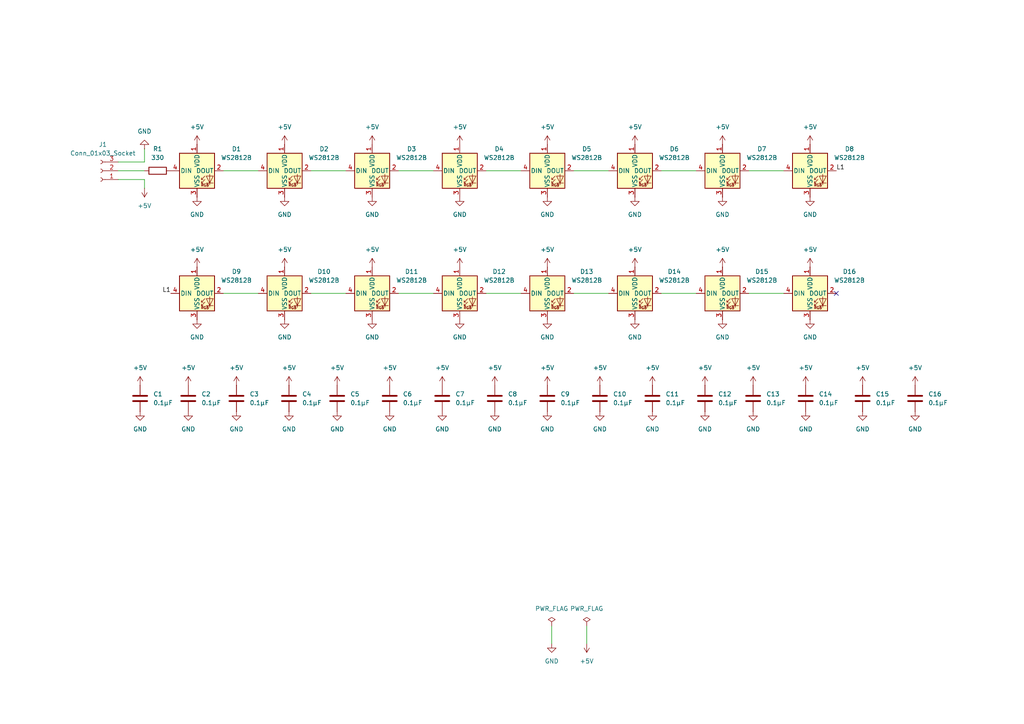
<source format=kicad_sch>
(kicad_sch (version 20231120) (generator "eeschema") (generator_version "8.0")
  (paper "A4")
  (lib_symbols
    (symbol "Connector:Conn_01x03_Socket" (pin_names (offset 1.016) hide)
      (property "Reference" "J" (at 0 5.08 0))
      (property "Value" "Conn_01x03_Socket" (at 0 -5.08 0))
      (symbol "Conn_01x03_Socket_1_1"
        (arc (start 0 -2.032) (mid -0.5058 -2.54) (end 0 -3.048) (stroke (width 0.1524)))
        (polyline (pts (xy -1.27 -2.54) (xy -0.508 -2.54)) (stroke (width 0.1524)))
        (polyline (pts (xy -1.27 0) (xy -0.508 0)) (stroke (width 0.1524)))
        (polyline (pts (xy -1.27 2.54) (xy -0.508 2.54)) (stroke (width 0.1524)))
        (arc (start 0 0.508) (mid -0.5058 0) (end 0 -0.508) (stroke (width 0.1524)))
        (arc (start 0 3.048) (mid -0.5058 2.54) (end 0 2.032) (stroke (width 0.1524)))
        (pin passive line (at -5.08 2.54 0) (length 3.81) (name "Pin_1") (number "1"))
        (pin passive line (at -5.08 0 0) (length 3.81) (name "Pin_2") (number "2"))
        (pin passive line (at -5.08 -2.54 0) (length 3.81) (name "Pin_3") (number "3"))
      )
    )
    (symbol "Device:C" (pin_numbers hide) (pin_names (offset 0.254))
      (property "Reference" "C" (at 0.635 2.54 0))
      (property "Value" "C" (at 0.635 -2.54 0))
      (symbol "C_0_1"
        (polyline (pts (xy -2.032 -0.762) (xy 2.032 -0.762)) (stroke (width 0.508)))
        (polyline (pts (xy -2.032 0.762) (xy 2.032 0.762)) (stroke (width 0.508)))
      )
      (symbol "C_1_1"
        (pin passive line (at 0 3.81 270) (length 2.794) (name "~") (number "1"))
        (pin passive line (at 0 -3.81 90) (length 2.794) (name "~") (number "2"))
      )
    )
    (symbol "Device:R" (pin_numbers hide) (pin_names (offset 0))
      (property "Reference" "R" (at 2.032 0 90))
      (property "Value" "R" (at 0 0 90))
      (symbol "R_0_1"
        (rectangle (start -1.016 -2.54) (end 1.016 2.54) (stroke (width 0.254)))
      )
      (symbol "R_1_1"
        (pin passive line (at 0 3.81 270) (length 1.27) (name "~") (number "1"))
        (pin passive line (at 0 -3.81 90) (length 1.27) (name "~") (number "2"))
      )
    )
    (symbol "LED:WS2812B" (pin_names (offset 0.254))
      (property "Reference" "D" (at 5.08 5.715 0))
      (property "Value" "WS2812B" (at 1.27 -5.715 0))
      (symbol "WS2812B_0_0"
        (text "RGB" (at 2.286 -4.191 0) (effects (font (size 0.762 0.762))))
      )
      (symbol "WS2812B_0_1"
        (polyline (pts (xy 1.27 -3.556) (xy 1.778 -3.556)))
        (polyline (pts (xy 1.27 -2.54) (xy 1.778 -2.54)))
        (polyline (pts (xy 4.699 -3.556) (xy 2.667 -3.556)))
        (polyline (pts (xy 2.286 -2.54) (xy 1.27 -3.556) (xy 1.27 -3.048)))
        (polyline (pts (xy 2.286 -1.524) (xy 1.27 -2.54) (xy 1.27 -2.032)))
        (polyline (pts (xy 3.683 -1.016) (xy 3.683 -3.556) (xy 3.683 -4.064)))
        (polyline (pts (xy 4.699 -1.524) (xy 2.667 -1.524) (xy 3.683 -3.556) (xy 4.699 -1.524)))
        (rectangle (start 5.08 5.08) (end -5.08 -5.08) (stroke (width 0.254)) (fill (type background)))
      )
      (symbol "WS2812B_1_1"
        (pin power_in line (at 0 7.62 270) (length 2.54) (name "VDD") (number "1"))
        (pin output line (at 7.62 0 180) (length 2.54) (name "DOUT") (number "2"))
        (pin power_in line (at 0 -7.62 90) (length 2.54) (name "VSS") (number "3"))
        (pin input line (at -7.62 0 0) (length 2.54) (name "DIN") (number "4"))
      )
    )
    (symbol "power:+5V" (power) (pin_numbers hide) (pin_names (offset 0) hide)
      (property "Value" "+5V" (at 0 3.556 0))
      (symbol "+5V_0_1"
        (polyline (pts (xy -0.762 1.27) (xy 0 2.54)))
        (polyline (pts (xy 0 0) (xy 0 2.54)))
        (polyline (pts (xy 0 2.54) (xy 0.762 1.27)))
      )
      (symbol "+5V_1_1"
        (pin power_in line (at 0 0 90) (length 0) (name "~") (number "1"))
      )
    )
    (symbol "power:GND" (power) (pin_numbers hide) (pin_names (offset 0) hide)
      (property "Value" "GND" (at 0 -3.81 0))
      (symbol "GND_0_1"
        (polyline (pts (xy 0 0) (xy 0 -1.27) (xy 1.27 -1.27) (xy 0 -2.54) (xy -1.27 -1.27) (xy 0 -1.27)))
      )
      (symbol "GND_1_1"
        (pin power_in line (at 0 0 270) (length 0) (name "~") (number "1"))
      )
    )
    (symbol "power:PWR_FLAG" (power) (pin_numbers hide) (pin_names (offset 0) hide)
      (property "Value" "PWR_FLAG" (at 0 3.81 0))
      (symbol "PWR_FLAG_0_0"
        (pin power_out line (at 0 0 90) (length 0) (name "~") (number "1"))
      )
      (symbol "PWR_FLAG_0_1"
        (polyline (pts (xy 0 0) (xy 0 1.27) (xy -1.016 1.905) (xy 0 2.54) (xy 1.016 1.905) (xy 0 1.27)))
      )
    )
  )
  (no_connect (at 242.57 85.09))
  (wire (pts (xy 140.97 85.09) (xy 151.13 85.09)))
  (wire (pts (xy 64.77 85.09) (xy 74.93 85.09)))
  (wire (pts (xy 160.02 181.61) (xy 160.02 186.69)))
  (wire (pts (xy 90.17 85.09) (xy 100.33 85.09)))
  (wire (pts (xy 115.57 85.09) (xy 125.73 85.09)))
  (wire (pts (xy 217.17 85.09) (xy 227.33 85.09)))
  (wire (pts (xy 166.37 49.53) (xy 176.53 49.53)))
  (wire (pts (xy 90.17 49.53) (xy 100.33 49.53)))
  (wire (pts (xy 34.29 49.53) (xy 41.91 49.53)))
  (wire (pts (xy 191.77 85.09) (xy 201.93 85.09)))
  (wire (pts (xy 64.77 49.53) (xy 74.93 49.53)))
  (wire (pts (xy 170.18 181.61) (xy 170.18 186.69)))
  (wire (pts (xy 166.37 85.09) (xy 176.53 85.09)))
  (wire (pts (xy 34.29 46.99) (xy 41.91 46.99)))
  (wire (pts (xy 217.17 49.53) (xy 227.33 49.53)))
  (wire (pts (xy 140.97 49.53) (xy 151.13 49.53)))
  (wire (pts (xy 41.91 52.07) (xy 41.91 54.61)))
  (wire (pts (xy 115.57 49.53) (xy 125.73 49.53)))
  (wire (pts (xy 191.77 49.53) (xy 201.93 49.53)))
  (wire (pts (xy 41.91 46.99) (xy 41.91 43.18)))
  (wire (pts (xy 34.29 52.07) (xy 41.91 52.07)))
  (label "L1" (at 49.53 85.09 180))
  (label "L1" (at 242.57 49.53 0))
  (symbol (lib_id "power:GND") (at 82.55 92.71 0) (unit 1)
    (property "Reference" "#PWR030" (effects (hide yes)))
    (property "Value" "GND" (at 82.55 97.79 0))
    (property "Description" "Power symbol creates a global label with name \"GND\" , ground" (effects (hide yes)))
  )
  (symbol (lib_id "power:+5V") (at 40.64 111.76 0) (unit 1)
    (property "Reference" "#PWR037" (effects (hide yes)))
    (property "Value" "+5V" (at 40.64 106.68 0))
    (property "Description" "Power symbol creates a global label with name \"+5V\"" (effects (hide yes)))
  )
  (symbol (lib_id "Device:C") (at 113.03 115.57 0) (unit 1)
    (property "Reference" "C6" (at 116.84 114.2999 0) (effects (justify left)))
    (property "Value" "0.1μF" (at 116.84 116.8399 0) (effects (justify left)))
    (property "Footprint" "Capacitor_SMD:C_0603_1608Metric" (effects (hide yes)))
    (property "Description" "Unpolarized capacitor" (effects (hide yes)))
  )
  (symbol (lib_id "LED:WS2812B") (at 82.55 49.53 0) (unit 1)
    (property "Reference" "D2" (at 93.98 43.2114 0))
    (property "Value" "WS2812B" (at 93.98 45.7514 0))
    (property "Footprint" "LED_SMD:LED_WS2812B_PLCC4_5.0x5.0mm_P3.2mm" (effects (hide yes)))
    (property "Datasheet" "https://cdn-shop.adafruit.com/datasheets/WS2812B.pdf" (effects (hide yes)))
    (property "Description" "RGB LED with integrated controller" (effects (hide yes)))
  )
  (symbol (lib_id "power:GND") (at 40.64 119.38 0) (unit 1)
    (property "Reference" "#PWR053" (effects (hide yes)))
    (property "Value" "GND" (at 40.64 124.46 0))
    (property "Description" "Power symbol creates a global label with name \"GND\" , ground" (effects (hide yes)))
  )
  (symbol (lib_id "power:GND") (at 83.82 119.38 0) (unit 1)
    (property "Reference" "#PWR056" (effects (hide yes)))
    (property "Value" "GND" (at 83.82 124.46 0))
    (property "Description" "Power symbol creates a global label with name \"GND\" , ground" (effects (hide yes)))
  )
  (symbol (lib_id "power:GND") (at 158.75 92.71 0) (unit 1)
    (property "Reference" "#PWR033" (effects (hide yes)))
    (property "Value" "GND" (at 158.75 97.79 0))
    (property "Description" "Power symbol creates a global label with name \"GND\" , ground" (effects (hide yes)))
  )
  (symbol (lib_id "power:GND") (at 41.91 43.18 180) (unit 1)
    (property "Reference" "#PWR03" (effects (hide yes)))
    (property "Value" "GND" (at 41.91 38.1 0))
    (property "Description" "Power symbol creates a global label with name \"GND\" , ground" (effects (hide yes)))
  )
  (symbol (lib_id "Device:C") (at 189.23 115.57 0) (unit 1)
    (property "Reference" "C11" (at 193.04 114.2999 0) (effects (justify left)))
    (property "Value" "0.1μF" (at 193.04 116.8399 0) (effects (justify left)))
    (property "Footprint" "Capacitor_SMD:C_0603_1608Metric" (effects (hide yes)))
    (property "Description" "Unpolarized capacitor" (effects (hide yes)))
  )
  (symbol (lib_id "power:GND") (at 189.23 119.38 0) (unit 1)
    (property "Reference" "#PWR063" (effects (hide yes)))
    (property "Value" "GND" (at 189.23 124.46 0))
    (property "Description" "Power symbol creates a global label with name \"GND\" , ground" (effects (hide yes)))
  )
  (symbol (lib_id "power:+5V") (at 41.91 54.61 180) (unit 1)
    (property "Reference" "#PWR04" (effects (hide yes)))
    (property "Value" "+5V" (at 41.91 59.69 0))
    (property "Description" "Power symbol creates a global label with name \"+5V\"" (effects (hide yes)))
  )
  (symbol (lib_id "power:+5V") (at 83.82 111.76 0) (unit 1)
    (property "Reference" "#PWR040" (effects (hide yes)))
    (property "Value" "+5V" (at 83.82 106.68 0))
    (property "Description" "Power symbol creates a global label with name \"+5V\"" (effects (hide yes)))
  )
  (symbol (lib_id "power:GND") (at 68.58 119.38 0) (unit 1)
    (property "Reference" "#PWR055" (effects (hide yes)))
    (property "Value" "GND" (at 68.58 124.46 0))
    (property "Description" "Power symbol creates a global label with name \"GND\" , ground" (effects (hide yes)))
  )
  (symbol (lib_id "power:+5V") (at 158.75 41.91 0) (unit 1)
    (property "Reference" "#PWR09" (effects (hide yes)))
    (property "Value" "+5V" (at 158.75 36.83 0))
    (property "Description" "Power symbol creates a global label with name \"+5V\"" (effects (hide yes)))
  )
  (symbol (lib_id "Device:C") (at 218.44 115.57 0) (unit 1)
    (property "Reference" "C13" (at 222.25 114.2999 0) (effects (justify left)))
    (property "Value" "0.1μF" (at 222.25 116.8399 0) (effects (justify left)))
    (property "Footprint" "Capacitor_SMD:C_0603_1608Metric" (effects (hide yes)))
    (property "Description" "Unpolarized capacitor" (effects (hide yes)))
  )
  (symbol (lib_id "power:GND") (at 107.95 92.71 0) (unit 1)
    (property "Reference" "#PWR031" (effects (hide yes)))
    (property "Value" "GND" (at 107.95 97.79 0))
    (property "Description" "Power symbol creates a global label with name \"GND\" , ground" (effects (hide yes)))
  )
  (symbol (lib_id "Device:C") (at 143.51 115.57 0) (unit 1)
    (property "Reference" "C8" (at 147.32 114.2999 0) (effects (justify left)))
    (property "Value" "0.1μF" (at 147.32 116.8399 0) (effects (justify left)))
    (property "Footprint" "Capacitor_SMD:C_0603_1608Metric" (effects (hide yes)))
    (property "Description" "Unpolarized capacitor" (effects (hide yes)))
  )
  (symbol (lib_id "power:GND") (at 218.44 119.38 0) (unit 1)
    (property "Reference" "#PWR065" (effects (hide yes)))
    (property "Value" "GND" (at 218.44 124.46 0))
    (property "Description" "Power symbol creates a global label with name \"GND\" , ground" (effects (hide yes)))
  )
  (symbol (lib_id "power:GND") (at 133.35 92.71 0) (unit 1)
    (property "Reference" "#PWR032" (effects (hide yes)))
    (property "Value" "GND" (at 133.35 97.79 0))
    (property "Description" "Power symbol creates a global label with name \"GND\" , ground" (effects (hide yes)))
  )
  (symbol (lib_id "Connector:Conn_01x03_Socket") (at 29.21 49.53 180) (unit 1)
    (property "Reference" "J1" (at 29.845 41.91 0))
    (property "Value" "Conn_01x03_Socket" (at 29.845 44.45 0))
    (property "Footprint" "Connector_PinHeader_2.54mm:PinHeader_1x03_P2.54mm_Vertical" (effects (hide yes)))
    (property "Description" "Generic connector, single row, 01x03, script generated" (effects (hide yes)))
  )
  (symbol (lib_id "power:+5V") (at 250.19 111.76 0) (unit 1)
    (property "Reference" "#PWR050" (effects (hide yes)))
    (property "Value" "+5V" (at 250.19 106.68 0))
    (property "Description" "Power symbol creates a global label with name \"+5V\"" (effects (hide yes)))
  )
  (symbol (lib_id "Device:C") (at 83.82 115.57 0) (unit 1)
    (property "Reference" "C4" (at 87.63 114.2999 0) (effects (justify left)))
    (property "Value" "0.1μF" (at 87.63 116.8399 0) (effects (justify left)))
    (property "Footprint" "Capacitor_SMD:C_0603_1608Metric" (effects (hide yes)))
    (property "Description" "Unpolarized capacitor" (effects (hide yes)))
  )
  (symbol (lib_id "power:+5V") (at 107.95 77.47 0) (unit 1)
    (property "Reference" "#PWR015" (effects (hide yes)))
    (property "Value" "+5V" (at 107.95 72.39 0))
    (property "Description" "Power symbol creates a global label with name \"+5V\"" (effects (hide yes)))
  )
  (symbol (lib_id "power:+5V") (at 189.23 111.76 0) (unit 1)
    (property "Reference" "#PWR048" (effects (hide yes)))
    (property "Value" "+5V" (at 189.23 106.68 0))
    (property "Description" "Power symbol creates a global label with name \"+5V\"" (effects (hide yes)))
  )
  (symbol (lib_id "power:+5V") (at 234.95 77.47 0) (unit 1)
    (property "Reference" "#PWR020" (effects (hide yes)))
    (property "Value" "+5V" (at 234.95 72.39 0))
    (property "Description" "Power symbol creates a global label with name \"+5V\"" (effects (hide yes)))
  )
  (symbol (lib_id "power:GND") (at 158.75 57.15 0) (unit 1)
    (property "Reference" "#PWR025" (effects (hide yes)))
    (property "Value" "GND" (at 158.75 62.23 0))
    (property "Description" "Power symbol creates a global label with name \"GND\" , ground" (effects (hide yes)))
  )
  (symbol (lib_id "LED:WS2812B") (at 234.95 85.09 0) (unit 1)
    (property "Reference" "D16" (at 246.38 78.7714 0))
    (property "Value" "WS2812B" (at 246.38 81.3114 0))
    (property "Footprint" "LED_SMD:LED_WS2812B_PLCC4_5.0x5.0mm_P3.2mm" (effects (hide yes)))
    (property "Datasheet" "https://cdn-shop.adafruit.com/datasheets/WS2812B.pdf" (effects (hide yes)))
    (property "Description" "RGB LED with integrated controller" (effects (hide yes)))
  )
  (symbol (lib_id "power:+5V") (at 233.68 111.76 0) (unit 1)
    (property "Reference" "#PWR051" (effects (hide yes)))
    (property "Value" "+5V" (at 233.68 106.68 0))
    (property "Description" "Power symbol creates a global label with name \"+5V\"" (effects (hide yes)))
  )
  (symbol (lib_id "LED:WS2812B") (at 209.55 85.09 0) (unit 1)
    (property "Reference" "D15" (at 220.98 78.7714 0))
    (property "Value" "WS2812B" (at 220.98 81.3114 0))
    (property "Footprint" "LED_SMD:LED_WS2812B_PLCC4_5.0x5.0mm_P3.2mm" (effects (hide yes)))
    (property "Datasheet" "https://cdn-shop.adafruit.com/datasheets/WS2812B.pdf" (effects (hide yes)))
    (property "Description" "RGB LED with integrated controller" (effects (hide yes)))
  )
  (symbol (lib_id "power:GND") (at 204.47 119.38 0) (unit 1)
    (property "Reference" "#PWR064" (effects (hide yes)))
    (property "Value" "GND" (at 204.47 124.46 0))
    (property "Description" "Power symbol creates a global label with name \"GND\" , ground" (effects (hide yes)))
  )
  (symbol (lib_id "power:+5V") (at 184.15 77.47 0) (unit 1)
    (property "Reference" "#PWR018" (effects (hide yes)))
    (property "Value" "+5V" (at 184.15 72.39 0))
    (property "Description" "Power symbol creates a global label with name \"+5V\"" (effects (hide yes)))
  )
  (symbol (lib_id "Device:C") (at 250.19 115.57 0) (unit 1)
    (property "Reference" "C15" (at 254 114.2999 0) (effects (justify left)))
    (property "Value" "0.1μF" (at 254 116.8399 0) (effects (justify left)))
    (property "Footprint" "Capacitor_SMD:C_0603_1608Metric" (effects (hide yes)))
    (property "Description" "Unpolarized capacitor" (effects (hide yes)))
  )
  (symbol (lib_id "power:+5V") (at 82.55 77.47 0) (unit 1)
    (property "Reference" "#PWR014" (effects (hide yes)))
    (property "Value" "+5V" (at 82.55 72.39 0))
    (property "Description" "Power symbol creates a global label with name \"+5V\"" (effects (hide yes)))
  )
  (symbol (lib_id "Device:C") (at 233.68 115.57 0) (unit 1)
    (property "Reference" "C14" (at 237.49 114.2999 0) (effects (justify left)))
    (property "Value" "0.1μF" (at 237.49 116.8399 0) (effects (justify left)))
    (property "Footprint" "Capacitor_SMD:C_0603_1608Metric" (effects (hide yes)))
    (property "Description" "Unpolarized capacitor" (effects (hide yes)))
  )
  (symbol (lib_id "power:GND") (at 158.75 119.38 0) (unit 1)
    (property "Reference" "#PWR061" (effects (hide yes)))
    (property "Value" "GND" (at 158.75 124.46 0))
    (property "Description" "Power symbol creates a global label with name \"GND\" , ground" (effects (hide yes)))
  )
  (symbol (lib_id "LED:WS2812B") (at 158.75 49.53 0) (unit 1)
    (property "Reference" "D5" (at 170.18 43.2114 0))
    (property "Value" "WS2812B" (at 170.18 45.7514 0))
    (property "Footprint" "LED_SMD:LED_WS2812B_PLCC4_5.0x5.0mm_P3.2mm" (effects (hide yes)))
    (property "Datasheet" "https://cdn-shop.adafruit.com/datasheets/WS2812B.pdf" (effects (hide yes)))
    (property "Description" "RGB LED with integrated controller" (effects (hide yes)))
  )
  (symbol (lib_id "power:+5V") (at 113.03 111.76 0) (unit 1)
    (property "Reference" "#PWR042" (effects (hide yes)))
    (property "Value" "+5V" (at 113.03 106.68 0))
    (property "Description" "Power symbol creates a global label with name \"+5V\"" (effects (hide yes)))
  )
  (symbol (lib_id "power:GND") (at 82.55 57.15 0) (unit 1)
    (property "Reference" "#PWR022" (effects (hide yes)))
    (property "Value" "GND" (at 82.55 62.23 0))
    (property "Description" "Power symbol creates a global label with name \"GND\" , ground" (effects (hide yes)))
  )
  (symbol (lib_id "power:+5V") (at 68.58 111.76 0) (unit 1)
    (property "Reference" "#PWR039" (effects (hide yes)))
    (property "Value" "+5V" (at 68.58 106.68 0))
    (property "Description" "Power symbol creates a global label with name \"+5V\"" (effects (hide yes)))
  )
  (symbol (lib_id "power:+5V") (at 143.51 111.76 0) (unit 1)
    (property "Reference" "#PWR045" (effects (hide yes)))
    (property "Value" "+5V" (at 143.51 106.68 0))
    (property "Description" "Power symbol creates a global label with name \"+5V\"" (effects (hide yes)))
  )
  (symbol (lib_id "power:+5V") (at 133.35 77.47 0) (unit 1)
    (property "Reference" "#PWR016" (effects (hide yes)))
    (property "Value" "+5V" (at 133.35 72.39 0))
    (property "Description" "Power symbol creates a global label with name \"+5V\"" (effects (hide yes)))
  )
  (symbol (lib_id "Device:C") (at 40.64 115.57 0) (unit 1)
    (property "Reference" "C1" (at 44.45 114.2999 0) (effects (justify left)))
    (property "Value" "0.1μF" (at 44.45 116.8399 0) (effects (justify left)))
    (property "Footprint" "Capacitor_SMD:C_0603_1608Metric" (effects (hide yes)))
    (property "Description" "Unpolarized capacitor" (effects (hide yes)))
  )
  (symbol (lib_id "LED:WS2812B") (at 158.75 85.09 0) (unit 1)
    (property "Reference" "D13" (at 170.18 78.7714 0))
    (property "Value" "WS2812B" (at 170.18 81.3114 0))
    (property "Footprint" "LED_SMD:LED_WS2812B_PLCC4_5.0x5.0mm_P3.2mm" (effects (hide yes)))
    (property "Datasheet" "https://cdn-shop.adafruit.com/datasheets/WS2812B.pdf" (effects (hide yes)))
    (property "Description" "RGB LED with integrated controller" (effects (hide yes)))
  )
  (symbol (lib_id "LED:WS2812B") (at 184.15 49.53 0) (unit 1)
    (property "Reference" "D6" (at 195.58 43.2114 0))
    (property "Value" "WS2812B" (at 195.58 45.7514 0))
    (property "Footprint" "LED_SMD:LED_WS2812B_PLCC4_5.0x5.0mm_P3.2mm" (effects (hide yes)))
    (property "Datasheet" "https://cdn-shop.adafruit.com/datasheets/WS2812B.pdf" (effects (hide yes)))
    (property "Description" "RGB LED with integrated controller" (effects (hide yes)))
  )
  (symbol (lib_id "LED:WS2812B") (at 107.95 85.09 0) (unit 1)
    (property "Reference" "D11" (at 119.38 78.7714 0))
    (property "Value" "WS2812B" (at 119.38 81.3114 0))
    (property "Footprint" "LED_SMD:LED_WS2812B_PLCC4_5.0x5.0mm_P3.2mm" (effects (hide yes)))
    (property "Datasheet" "https://cdn-shop.adafruit.com/datasheets/WS2812B.pdf" (effects (hide yes)))
    (property "Description" "RGB LED with integrated controller" (effects (hide yes)))
  )
  (symbol (lib_id "power:+5V") (at 133.35 41.91 0) (unit 1)
    (property "Reference" "#PWR08" (effects (hide yes)))
    (property "Value" "+5V" (at 133.35 36.83 0))
    (property "Description" "Power symbol creates a global label with name \"+5V\"" (effects (hide yes)))
  )
  (symbol (lib_id "power:+5V") (at 54.61 111.76 0) (unit 1)
    (property "Reference" "#PWR038" (effects (hide yes)))
    (property "Value" "+5V" (at 54.61 106.68 0))
    (property "Description" "Power symbol creates a global label with name \"+5V\"" (effects (hide yes)))
  )
  (symbol (lib_id "power:+5V") (at 158.75 77.47 0) (unit 1)
    (property "Reference" "#PWR017" (effects (hide yes)))
    (property "Value" "+5V" (at 158.75 72.39 0))
    (property "Description" "Power symbol creates a global label with name \"+5V\"" (effects (hide yes)))
  )
  (symbol (lib_id "power:GND") (at 128.27 119.38 0) (unit 1)
    (property "Reference" "#PWR059" (effects (hide yes)))
    (property "Value" "GND" (at 128.27 124.46 0))
    (property "Description" "Power symbol creates a global label with name \"GND\" , ground" (effects (hide yes)))
  )
  (symbol (lib_id "power:+5V") (at 57.15 41.91 0) (unit 1)
    (property "Reference" "#PWR05" (effects (hide yes)))
    (property "Value" "+5V" (at 57.15 36.83 0))
    (property "Description" "Power symbol creates a global label with name \"+5V\"" (effects (hide yes)))
  )
  (symbol (lib_id "power:+5V") (at 173.99 111.76 0) (unit 1)
    (property "Reference" "#PWR047" (effects (hide yes)))
    (property "Value" "+5V" (at 173.99 106.68 0))
    (property "Description" "Power symbol creates a global label with name \"+5V\"" (effects (hide yes)))
  )
  (symbol (lib_id "LED:WS2812B") (at 82.55 85.09 0) (unit 1)
    (property "Reference" "D10" (at 93.98 78.7714 0))
    (property "Value" "WS2812B" (at 93.98 81.3114 0))
    (property "Footprint" "LED_SMD:LED_WS2812B_PLCC4_5.0x5.0mm_P3.2mm" (effects (hide yes)))
    (property "Datasheet" "https://cdn-shop.adafruit.com/datasheets/WS2812B.pdf" (effects (hide yes)))
    (property "Description" "RGB LED with integrated controller" (effects (hide yes)))
  )
  (symbol (lib_id "power:GND") (at 184.15 57.15 0) (unit 1)
    (property "Reference" "#PWR026" (effects (hide yes)))
    (property "Value" "GND" (at 184.15 62.23 0))
    (property "Description" "Power symbol creates a global label with name \"GND\" , ground" (effects (hide yes)))
  )
  (symbol (lib_id "power:GND") (at 143.51 119.38 0) (unit 1)
    (property "Reference" "#PWR060" (effects (hide yes)))
    (property "Value" "GND" (at 143.51 124.46 0))
    (property "Description" "Power symbol creates a global label with name \"GND\" , ground" (effects (hide yes)))
  )
  (symbol (lib_id "power:PWR_FLAG") (at 170.18 181.61 0) (unit 1)
    (property "Reference" "#FLG02" (effects (hide yes)))
    (property "Value" "PWR_FLAG" (at 170.18 176.53 0))
    (property "Description" "Special symbol for telling ERC where power comes from" (effects (hide yes)))
  )
  (symbol (lib_id "Device:C") (at 173.99 115.57 0) (unit 1)
    (property "Reference" "C10" (at 177.8 114.2999 0) (effects (justify left)))
    (property "Value" "0.1μF" (at 177.8 116.8399 0) (effects (justify left)))
    (property "Footprint" "Capacitor_SMD:C_0603_1608Metric" (effects (hide yes)))
    (property "Description" "Unpolarized capacitor" (effects (hide yes)))
  )
  (symbol (lib_id "power:PWR_FLAG") (at 160.02 181.61 0) (unit 1)
    (property "Reference" "#FLG01" (effects (hide yes)))
    (property "Value" "PWR_FLAG" (at 160.02 176.53 0))
    (property "Description" "Special symbol for telling ERC where power comes from" (effects (hide yes)))
  )
  (symbol (lib_id "power:+5V") (at 128.27 111.76 0) (unit 1)
    (property "Reference" "#PWR043" (effects (hide yes)))
    (property "Value" "+5V" (at 128.27 106.68 0))
    (property "Description" "Power symbol creates a global label with name \"+5V\"" (effects (hide yes)))
  )
  (symbol (lib_id "power:+5V") (at 234.95 41.91 0) (unit 1)
    (property "Reference" "#PWR012" (effects (hide yes)))
    (property "Value" "+5V" (at 234.95 36.83 0))
    (property "Description" "Power symbol creates a global label with name \"+5V\"" (effects (hide yes)))
  )
  (symbol (lib_id "power:GND") (at 233.68 119.38 0) (unit 1)
    (property "Reference" "#PWR066" (effects (hide yes)))
    (property "Value" "GND" (at 233.68 124.46 0))
    (property "Description" "Power symbol creates a global label with name \"GND\" , ground" (effects (hide yes)))
  )
  (symbol (lib_id "power:GND") (at 265.43 119.38 0) (unit 1)
    (property "Reference" "#PWR068" (effects (hide yes)))
    (property "Value" "GND" (at 265.43 124.46 0))
    (property "Description" "Power symbol creates a global label with name \"GND\" , ground" (effects (hide yes)))
  )
  (symbol (lib_id "power:GND") (at 160.02 186.69 0) (unit 1)
    (property "Reference" "#PWR02" (effects (hide yes)))
    (property "Value" "GND" (at 160.02 191.77 0))
    (property "Description" "Power symbol creates a global label with name \"GND\" , ground" (effects (hide yes)))
  )
  (symbol (lib_id "power:GND") (at 133.35 57.15 0) (unit 1)
    (property "Reference" "#PWR024" (effects (hide yes)))
    (property "Value" "GND" (at 133.35 62.23 0))
    (property "Description" "Power symbol creates a global label with name \"GND\" , ground" (effects (hide yes)))
  )
  (symbol (lib_id "power:+5V") (at 218.44 111.76 0) (unit 1)
    (property "Reference" "#PWR044" (effects (hide yes)))
    (property "Value" "+5V" (at 218.44 106.68 0))
    (property "Description" "Power symbol creates a global label with name \"+5V\"" (effects (hide yes)))
  )
  (symbol (lib_id "LED:WS2812B") (at 234.95 49.53 0) (unit 1)
    (property "Reference" "D8" (at 246.38 43.2114 0))
    (property "Value" "WS2812B" (at 246.38 45.7514 0))
    (property "Footprint" "LED_SMD:LED_WS2812B_PLCC4_5.0x5.0mm_P3.2mm" (effects (hide yes)))
    (property "Datasheet" "https://cdn-shop.adafruit.com/datasheets/WS2812B.pdf" (effects (hide yes)))
    (property "Description" "RGB LED with integrated controller" (effects (hide yes)))
  )
  (symbol (lib_id "power:GND") (at 57.15 57.15 0) (unit 1)
    (property "Reference" "#PWR021" (effects (hide yes)))
    (property "Value" "GND" (at 57.15 62.23 0))
    (property "Description" "Power symbol creates a global label with name \"GND\" , ground" (effects (hide yes)))
  )
  (symbol (lib_id "power:+5V") (at 209.55 41.91 0) (unit 1)
    (property "Reference" "#PWR011" (effects (hide yes)))
    (property "Value" "+5V" (at 209.55 36.83 0))
    (property "Description" "Power symbol creates a global label with name \"+5V\"" (effects (hide yes)))
  )
  (symbol (lib_id "power:+5V") (at 57.15 77.47 0) (unit 1)
    (property "Reference" "#PWR013" (effects (hide yes)))
    (property "Value" "+5V" (at 57.15 72.39 0))
    (property "Description" "Power symbol creates a global label with name \"+5V\"" (effects (hide yes)))
  )
  (symbol (lib_id "LED:WS2812B") (at 133.35 49.53 0) (unit 1)
    (property "Reference" "D4" (at 144.78 43.2114 0))
    (property "Value" "WS2812B" (at 144.78 45.7514 0))
    (property "Footprint" "LED_SMD:LED_WS2812B_PLCC4_5.0x5.0mm_P3.2mm" (effects (hide yes)))
    (property "Datasheet" "https://cdn-shop.adafruit.com/datasheets/WS2812B.pdf" (effects (hide yes)))
    (property "Description" "RGB LED with integrated controller" (effects (hide yes)))
  )
  (symbol (lib_id "power:+5V") (at 184.15 41.91 0) (unit 1)
    (property "Reference" "#PWR010" (effects (hide yes)))
    (property "Value" "+5V" (at 184.15 36.83 0))
    (property "Description" "Power symbol creates a global label with name \"+5V\"" (effects (hide yes)))
  )
  (symbol (lib_id "power:GND") (at 234.95 57.15 0) (unit 1)
    (property "Reference" "#PWR028" (effects (hide yes)))
    (property "Value" "GND" (at 234.95 62.23 0))
    (property "Description" "Power symbol creates a global label with name \"GND\" , ground" (effects (hide yes)))
  )
  (symbol (lib_id "Device:C") (at 128.27 115.57 0) (unit 1)
    (property "Reference" "C7" (at 132.08 114.2999 0) (effects (justify left)))
    (property "Value" "0.1μF" (at 132.08 116.8399 0) (effects (justify left)))
    (property "Footprint" "Capacitor_SMD:C_0603_1608Metric" (effects (hide yes)))
    (property "Description" "Unpolarized capacitor" (effects (hide yes)))
  )
  (symbol (lib_id "power:GND") (at 113.03 119.38 0) (unit 1)
    (property "Reference" "#PWR058" (effects (hide yes)))
    (property "Value" "GND" (at 113.03 124.46 0))
    (property "Description" "Power symbol creates a global label with name \"GND\" , ground" (effects (hide yes)))
  )
  (symbol (lib_id "Device:C") (at 97.79 115.57 0) (unit 1)
    (property "Reference" "C5" (at 101.6 114.2999 0) (effects (justify left)))
    (property "Value" "0.1μF" (at 101.6 116.8399 0) (effects (justify left)))
    (property "Footprint" "Capacitor_SMD:C_0603_1608Metric" (effects (hide yes)))
    (property "Description" "Unpolarized capacitor" (effects (hide yes)))
  )
  (symbol (lib_id "power:GND") (at 209.55 92.71 0) (unit 1)
    (property "Reference" "#PWR035" (effects (hide yes)))
    (property "Value" "GND" (at 209.55 97.79 0))
    (property "Description" "Power symbol creates a global label with name \"GND\" , ground" (effects (hide yes)))
  )
  (symbol (lib_id "power:+5V") (at 170.18 186.69 180) (unit 1)
    (property "Reference" "#PWR01" (effects (hide yes)))
    (property "Value" "+5V" (at 170.18 191.77 0))
    (property "Description" "Power symbol creates a global label with name \"+5V\"" (effects (hide yes)))
  )
  (symbol (lib_id "Device:R") (at 45.72 49.53 270) (unit 1)
    (property "Reference" "R1" (at 45.72 43.18 90))
    (property "Value" "330" (at 45.72 45.72 90))
    (property "Footprint" "Resistor_SMD:R_0805_2012Metric" (effects (hide yes)))
    (property "Description" "Resistor" (effects (hide yes)))
  )
  (symbol (lib_id "power:GND") (at 107.95 57.15 0) (unit 1)
    (property "Reference" "#PWR023" (effects (hide yes)))
    (property "Value" "GND" (at 107.95 62.23 0))
    (property "Description" "Power symbol creates a global label with name \"GND\" , ground" (effects (hide yes)))
  )
  (symbol (lib_id "power:+5V") (at 204.47 111.76 0) (unit 1)
    (property "Reference" "#PWR049" (effects (hide yes)))
    (property "Value" "+5V" (at 204.47 106.68 0))
    (property "Description" "Power symbol creates a global label with name \"+5V\"" (effects (hide yes)))
  )
  (symbol (lib_id "LED:WS2812B") (at 107.95 49.53 0) (unit 1)
    (property "Reference" "D3" (at 119.38 43.2114 0))
    (property "Value" "WS2812B" (at 119.38 45.7514 0))
    (property "Footprint" "LED_SMD:LED_WS2812B_PLCC4_5.0x5.0mm_P3.2mm" (effects (hide yes)))
    (property "Datasheet" "https://cdn-shop.adafruit.com/datasheets/WS2812B.pdf" (effects (hide yes)))
    (property "Description" "RGB LED with integrated controller" (effects (hide yes)))
  )
  (symbol (lib_id "Device:C") (at 265.43 115.57 0) (unit 1)
    (property "Reference" "C16" (at 269.24 114.2999 0) (effects (justify left)))
    (property "Value" "0.1μF" (at 269.24 116.8399 0) (effects (justify left)))
    (property "Footprint" "Capacitor_SMD:C_0603_1608Metric" (effects (hide yes)))
    (property "Description" "Unpolarized capacitor" (effects (hide yes)))
  )
  (symbol (lib_id "power:+5V") (at 265.43 111.76 0) (unit 1)
    (property "Reference" "#PWR052" (effects (hide yes)))
    (property "Value" "+5V" (at 265.43 106.68 0))
    (property "Description" "Power symbol creates a global label with name \"+5V\"" (effects (hide yes)))
  )
  (symbol (lib_id "Device:C") (at 158.75 115.57 0) (unit 1)
    (property "Reference" "C9" (at 162.56 114.2999 0) (effects (justify left)))
    (property "Value" "0.1μF" (at 162.56 116.8399 0) (effects (justify left)))
    (property "Footprint" "Capacitor_SMD:C_0603_1608Metric" (effects (hide yes)))
    (property "Description" "Unpolarized capacitor" (effects (hide yes)))
  )
  (symbol (lib_id "Device:C") (at 68.58 115.57 0) (unit 1)
    (property "Reference" "C3" (at 72.39 114.2999 0) (effects (justify left)))
    (property "Value" "0.1μF" (at 72.39 116.8399 0) (effects (justify left)))
    (property "Footprint" "Capacitor_SMD:C_0603_1608Metric" (effects (hide yes)))
    (property "Description" "Unpolarized capacitor" (effects (hide yes)))
  )
  (symbol (lib_id "power:GND") (at 209.55 57.15 0) (unit 1)
    (property "Reference" "#PWR027" (effects (hide yes)))
    (property "Value" "GND" (at 209.55 62.23 0))
    (property "Description" "Power symbol creates a global label with name \"GND\" , ground" (effects (hide yes)))
  )
  (symbol (lib_id "power:GND") (at 234.95 92.71 0) (unit 1)
    (property "Reference" "#PWR036" (effects (hide yes)))
    (property "Value" "GND" (at 234.95 97.79 0))
    (property "Description" "Power symbol creates a global label with name \"GND\" , ground" (effects (hide yes)))
  )
  (symbol (lib_id "power:+5V") (at 82.55 41.91 0) (unit 1)
    (property "Reference" "#PWR06" (effects (hide yes)))
    (property "Value" "+5V" (at 82.55 36.83 0))
    (property "Description" "Power symbol creates a global label with name \"+5V\"" (effects (hide yes)))
  )
  (symbol (lib_id "power:+5V") (at 158.75 111.76 0) (unit 1)
    (property "Reference" "#PWR046" (effects (hide yes)))
    (property "Value" "+5V" (at 158.75 106.68 0))
    (property "Description" "Power symbol creates a global label with name \"+5V\"" (effects (hide yes)))
  )
  (symbol (lib_id "LED:WS2812B") (at 133.35 85.09 0) (unit 1)
    (property "Reference" "D12" (at 144.78 78.7714 0))
    (property "Value" "WS2812B" (at 144.78 81.3114 0))
    (property "Footprint" "LED_SMD:LED_WS2812B_PLCC4_5.0x5.0mm_P3.2mm" (effects (hide yes)))
    (property "Datasheet" "https://cdn-shop.adafruit.com/datasheets/WS2812B.pdf" (effects (hide yes)))
    (property "Description" "RGB LED with integrated controller" (effects (hide yes)))
  )
  (symbol (lib_id "power:+5V") (at 97.79 111.76 0) (unit 1)
    (property "Reference" "#PWR041" (effects (hide yes)))
    (property "Value" "+5V" (at 97.79 106.68 0))
    (property "Description" "Power symbol creates a global label with name \"+5V\"" (effects (hide yes)))
  )
  (symbol (lib_id "LED:WS2812B") (at 57.15 49.53 0) (unit 1)
    (property "Reference" "D1" (at 68.58 43.2114 0))
    (property "Value" "WS2812B" (at 68.58 45.7514 0))
    (property "Footprint" "LED_SMD:LED_WS2812B_PLCC4_5.0x5.0mm_P3.2mm" (effects (hide yes)))
    (property "Datasheet" "https://cdn-shop.adafruit.com/datasheets/WS2812B.pdf" (effects (hide yes)))
    (property "Description" "RGB LED with integrated controller" (effects (hide yes)))
  )
  (symbol (lib_id "LED:WS2812B") (at 57.15 85.09 0) (unit 1)
    (property "Reference" "D9" (at 68.58 78.7714 0))
    (property "Value" "WS2812B" (at 68.58 81.3114 0))
    (property "Footprint" "LED_SMD:LED_WS2812B_PLCC4_5.0x5.0mm_P3.2mm" (effects (hide yes)))
    (property "Datasheet" "https://cdn-shop.adafruit.com/datasheets/WS2812B.pdf" (effects (hide yes)))
    (property "Description" "RGB LED with integrated controller" (effects (hide yes)))
  )
  (symbol (lib_id "Device:C") (at 54.61 115.57 0) (unit 1)
    (property "Reference" "C2" (at 58.42 114.2999 0) (effects (justify left)))
    (property "Value" "0.1μF" (at 58.42 116.8399 0) (effects (justify left)))
    (property "Footprint" "Capacitor_SMD:C_0603_1608Metric" (effects (hide yes)))
    (property "Description" "Unpolarized capacitor" (effects (hide yes)))
  )
  (symbol (lib_id "LED:WS2812B") (at 184.15 85.09 0) (unit 1)
    (property "Reference" "D14" (at 195.58 78.7714 0))
    (property "Value" "WS2812B" (at 195.58 81.3114 0))
    (property "Footprint" "LED_SMD:LED_WS2812B_PLCC4_5.0x5.0mm_P3.2mm" (effects (hide yes)))
    (property "Datasheet" "https://cdn-shop.adafruit.com/datasheets/WS2812B.pdf" (effects (hide yes)))
    (property "Description" "RGB LED with integrated controller" (effects (hide yes)))
  )
  (symbol (lib_id "power:+5V") (at 107.95 41.91 0) (unit 1)
    (property "Reference" "#PWR07" (effects (hide yes)))
    (property "Value" "+5V" (at 107.95 36.83 0))
    (property "Description" "Power symbol creates a global label with name \"+5V\"" (effects (hide yes)))
  )
  (symbol (lib_id "power:GND") (at 173.99 119.38 0) (unit 1)
    (property "Reference" "#PWR062" (effects (hide yes)))
    (property "Value" "GND" (at 173.99 124.46 0))
    (property "Description" "Power symbol creates a global label with name \"GND\" , ground" (effects (hide yes)))
  )
  (symbol (lib_id "power:GND") (at 184.15 92.71 0) (unit 1)
    (property "Reference" "#PWR034" (effects (hide yes)))
    (property "Value" "GND" (at 184.15 97.79 0))
    (property "Description" "Power symbol creates a global label with name \"GND\" , ground" (effects (hide yes)))
  )
  (symbol (lib_id "power:GND") (at 57.15 92.71 0) (unit 1)
    (property "Reference" "#PWR029" (effects (hide yes)))
    (property "Value" "GND" (at 57.15 97.79 0))
    (property "Description" "Power symbol creates a global label with name \"GND\" , ground" (effects (hide yes)))
  )
  (symbol (lib_id "Device:C") (at 204.47 115.57 0) (unit 1)
    (property "Reference" "C12" (at 208.28 114.2999 0) (effects (justify left)))
    (property "Value" "0.1μF" (at 208.28 116.8399 0) (effects (justify left)))
    (property "Footprint" "Capacitor_SMD:C_0603_1608Metric" (effects (hide yes)))
    (property "Description" "Unpolarized capacitor" (effects (hide yes)))
  )
  (symbol (lib_id "power:GND") (at 250.19 119.38 0) (unit 1)
    (property "Reference" "#PWR067" (effects (hide yes)))
    (property "Value" "GND" (at 250.19 124.46 0))
    (property "Description" "Power symbol creates a global label with name \"GND\" , ground" (effects (hide yes)))
  )
  (symbol (lib_id "power:GND") (at 97.79 119.38 0) (unit 1)
    (property "Reference" "#PWR057" (effects (hide yes)))
    (property "Value" "GND" (at 97.79 124.46 0))
    (property "Description" "Power symbol creates a global label with name \"GND\" , ground" (effects (hide yes)))
  )
  (symbol (lib_id "power:+5V") (at 209.55 77.47 0) (unit 1)
    (property "Reference" "#PWR019" (effects (hide yes)))
    (property "Value" "+5V" (at 209.55 72.39 0))
    (property "Description" "Power symbol creates a global label with name \"+5V\"" (effects (hide yes)))
  )
  (symbol (lib_id "power:GND") (at 54.61 119.38 0) (unit 1)
    (property "Reference" "#PWR054" (effects (hide yes)))
    (property "Value" "GND" (at 54.61 124.46 0))
    (property "Description" "Power symbol creates a global label with name \"GND\" , ground" (effects (hide yes)))
  )
  (symbol (lib_id "LED:WS2812B") (at 209.55 49.53 0) (unit 1)
    (property "Reference" "D7" (at 220.98 43.2114 0))
    (property "Value" "WS2812B" (at 220.98 45.7514 0))
    (property "Footprint" "LED_SMD:LED_WS2812B_PLCC4_5.0x5.0mm_P3.2mm" (effects (hide yes)))
    (property "Datasheet" "https://cdn-shop.adafruit.com/datasheets/WS2812B.pdf" (effects (hide yes)))
    (property "Description" "RGB LED with integrated controller" (effects (hide yes)))
  )
)
</source>
